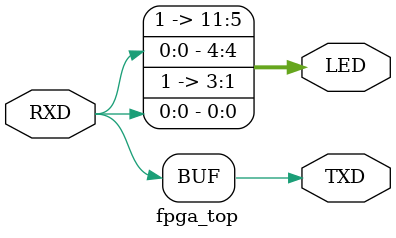
<source format=v>
module fpga_top(
    input  wire RXD,
    output wire TXD,
    output wire [11:0] LED
);

assign TXD = RXD;

assign LED[0] = RXD;
assign LED[4] = TXD;
assign {LED[11:5], LED[3:1]}  = ~10'b0;

endmodule

</source>
